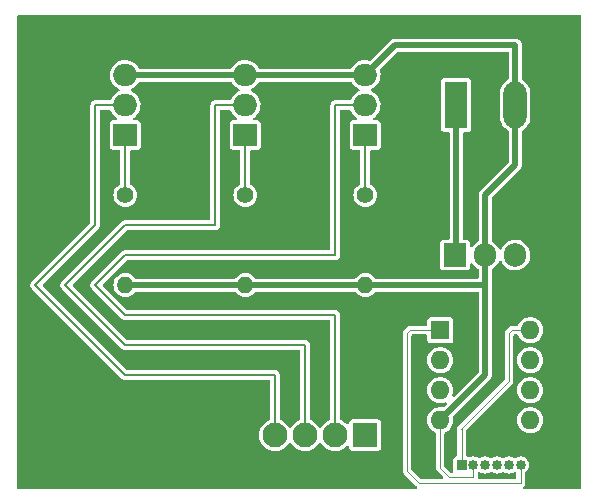
<source format=gbr>
%TF.GenerationSoftware,KiCad,Pcbnew,7.0.8*%
%TF.CreationDate,2023-11-20T18:04:14+01:00*%
%TF.ProjectId,led-controller,6c65642d-636f-46e7-9472-6f6c6c65722e,rev?*%
%TF.SameCoordinates,Original*%
%TF.FileFunction,Copper,L2,Bot*%
%TF.FilePolarity,Positive*%
%FSLAX46Y46*%
G04 Gerber Fmt 4.6, Leading zero omitted, Abs format (unit mm)*
G04 Created by KiCad (PCBNEW 7.0.8) date 2023-11-20 18:04:14*
%MOMM*%
%LPD*%
G01*
G04 APERTURE LIST*
%TA.AperFunction,ComponentPad*%
%ADD10R,0.850000X0.850000*%
%TD*%
%TA.AperFunction,ComponentPad*%
%ADD11O,0.850000X0.850000*%
%TD*%
%TA.AperFunction,ComponentPad*%
%ADD12R,1.600000X1.600000*%
%TD*%
%TA.AperFunction,ComponentPad*%
%ADD13O,1.600000X1.600000*%
%TD*%
%TA.AperFunction,ComponentPad*%
%ADD14R,1.905000X2.000000*%
%TD*%
%TA.AperFunction,ComponentPad*%
%ADD15O,1.905000X2.000000*%
%TD*%
%TA.AperFunction,ComponentPad*%
%ADD16C,1.400000*%
%TD*%
%TA.AperFunction,ComponentPad*%
%ADD17O,1.400000X1.400000*%
%TD*%
%TA.AperFunction,ComponentPad*%
%ADD18R,2.000000X1.905000*%
%TD*%
%TA.AperFunction,ComponentPad*%
%ADD19O,2.000000X1.905000*%
%TD*%
%TA.AperFunction,ComponentPad*%
%ADD20R,2.100000X2.100000*%
%TD*%
%TA.AperFunction,ComponentPad*%
%ADD21C,2.100000*%
%TD*%
%TA.AperFunction,ComponentPad*%
%ADD22R,1.980000X3.960000*%
%TD*%
%TA.AperFunction,ComponentPad*%
%ADD23O,1.980000X3.960000*%
%TD*%
%TA.AperFunction,Conductor*%
%ADD24C,0.100000*%
%TD*%
%TA.AperFunction,Conductor*%
%ADD25C,0.200000*%
%TD*%
%TA.AperFunction,Conductor*%
%ADD26C,0.500000*%
%TD*%
G04 APERTURE END LIST*
D10*
%TO.P,J2,1,Pin_1*%
%TO.N,Net-(J2-Pin_1)*%
X104680000Y-119380000D03*
D11*
%TO.P,J2,2,Pin_2*%
%TO.N,GND*%
X105680000Y-119380000D03*
%TO.P,J2,3,Pin_3*%
%TO.N,Net-(J2-Pin_3)*%
X106680000Y-119380000D03*
%TO.P,J2,4,Pin_4*%
%TO.N,Net-(J2-Pin_4)*%
X107680000Y-119380000D03*
%TO.P,J2,5,Pin_5*%
%TO.N,Net-(J2-Pin_5)*%
X108680000Y-119380000D03*
%TO.P,J2,6,Pin_6*%
%TO.N,Net-(J2-Pin_6)*%
X109680000Y-119380000D03*
%TD*%
D12*
%TO.P,U2,1,~{RESET}/PB5*%
%TO.N,Net-(J2-Pin_6)*%
X102880000Y-107960000D03*
D13*
%TO.P,U2,2,XTAL1/PB3*%
%TO.N,unconnected-(U2-XTAL1{slash}PB3-Pad2)*%
X102880000Y-110500000D03*
%TO.P,U2,3,XTAL2/PB4*%
%TO.N,Net-(Q3-G)*%
X102880000Y-113040000D03*
%TO.P,U2,4,GND*%
%TO.N,GND*%
X102880000Y-115580000D03*
%TO.P,U2,5,AREF/PB0*%
%TO.N,Net-(J2-Pin_3)*%
X110500000Y-115580000D03*
%TO.P,U2,6,PB1*%
%TO.N,Net-(J2-Pin_4)*%
X110500000Y-113040000D03*
%TO.P,U2,7,PB2*%
%TO.N,Net-(J2-Pin_5)*%
X110500000Y-110500000D03*
%TO.P,U2,8,VCC*%
%TO.N,Net-(J2-Pin_1)*%
X110500000Y-107960000D03*
%TD*%
D14*
%TO.P,U1,1,VI*%
%TO.N,Net-(BT1-+)*%
X104140000Y-101600000D03*
D15*
%TO.P,U1,2,GND*%
%TO.N,GND*%
X106680000Y-101600000D03*
%TO.P,U1,3,VO*%
%TO.N,Net-(J2-Pin_1)*%
X109220000Y-101600000D03*
%TD*%
D16*
%TO.P,R3,1*%
%TO.N,Net-(Q3-G)*%
X76200000Y-96520000D03*
D17*
%TO.P,R3,2*%
%TO.N,GND*%
X76200000Y-104140000D03*
%TD*%
D16*
%TO.P,R2,1*%
%TO.N,Net-(J2-Pin_4)*%
X86360000Y-96520000D03*
D17*
%TO.P,R2,2*%
%TO.N,GND*%
X86360000Y-104140000D03*
%TD*%
D16*
%TO.P,R1,1*%
%TO.N,Net-(J2-Pin_3)*%
X96520000Y-96520000D03*
D17*
%TO.P,R1,2*%
%TO.N,GND*%
X96520000Y-104140000D03*
%TD*%
D18*
%TO.P,Q3,1,G*%
%TO.N,Net-(Q3-G)*%
X76200000Y-91440000D03*
D19*
%TO.P,Q3,2,D*%
%TO.N,Net-(J1-Pin_4)*%
X76200000Y-88900000D03*
%TO.P,Q3,3,S*%
%TO.N,GND*%
X76200000Y-86360000D03*
%TD*%
%TO.P,Q2,3,S*%
%TO.N,GND*%
X96520000Y-86360000D03*
%TO.P,Q2,2,D*%
%TO.N,Net-(J1-Pin_2)*%
X96520000Y-88900000D03*
D18*
%TO.P,Q2,1,G*%
%TO.N,Net-(J2-Pin_3)*%
X96520000Y-91440000D03*
%TD*%
D19*
%TO.P,Q1,3,S*%
%TO.N,GND*%
X86360000Y-86360000D03*
%TO.P,Q1,2,D*%
%TO.N,Net-(J1-Pin_3)*%
X86360000Y-88900000D03*
D18*
%TO.P,Q1,1,G*%
%TO.N,Net-(J2-Pin_4)*%
X86360000Y-91440000D03*
%TD*%
D20*
%TO.P,J1,1,Pin_1*%
%TO.N,Net-(BT1-+)*%
X96520000Y-116840000D03*
D21*
%TO.P,J1,2,Pin_2*%
%TO.N,Net-(J1-Pin_2)*%
X93980000Y-116840000D03*
%TO.P,J1,3,Pin_3*%
%TO.N,Net-(J1-Pin_3)*%
X91440000Y-116840000D03*
%TO.P,J1,4,Pin_4*%
%TO.N,Net-(J1-Pin_4)*%
X88900000Y-116840000D03*
%TD*%
D22*
%TO.P,BT1,1,+*%
%TO.N,Net-(BT1-+)*%
X104220000Y-88900000D03*
D23*
%TO.P,BT1,2,-*%
%TO.N,GND*%
X109220000Y-88900000D03*
%TD*%
D24*
%TO.N,Net-(J2-Pin_6)*%
X101092000Y-120904000D02*
X109728000Y-120904000D01*
X109680000Y-120856000D02*
X109680000Y-119380000D01*
X100076000Y-119888000D02*
X101092000Y-120904000D01*
X100076000Y-108204000D02*
X100076000Y-119888000D01*
X102880000Y-107960000D02*
X100320000Y-107960000D01*
X100320000Y-107960000D02*
X100076000Y-108204000D01*
X109728000Y-120904000D02*
X109680000Y-120856000D01*
%TO.N,GND*%
X102880000Y-115580000D02*
X102880000Y-119644000D01*
X102880000Y-119644000D02*
X103632000Y-120396000D01*
X103632000Y-120396000D02*
X105664000Y-120396000D01*
X105664000Y-120396000D02*
X105680000Y-120380000D01*
X105680000Y-120380000D02*
X105680000Y-119380000D01*
%TO.N,Net-(J2-Pin_1)*%
X108712000Y-112268000D02*
X104648000Y-116332000D01*
X104648000Y-116332000D02*
X104680000Y-116364000D01*
X108712000Y-108204000D02*
X108712000Y-112268000D01*
X110500000Y-107960000D02*
X108956000Y-107960000D01*
X108956000Y-107960000D02*
X108712000Y-108204000D01*
X104680000Y-116364000D02*
X104680000Y-119380000D01*
D25*
%TO.N,Net-(J1-Pin_4)*%
X76200000Y-111760000D02*
X88900000Y-111760000D01*
X73660000Y-99060000D02*
X68580000Y-104140000D01*
X76200000Y-88900000D02*
X73660000Y-88900000D01*
X68580000Y-104140000D02*
X76200000Y-111760000D01*
X73660000Y-88900000D02*
X73660000Y-99060000D01*
X88900000Y-111760000D02*
X88900000Y-116840000D01*
%TO.N,Net-(J1-Pin_3)*%
X83820000Y-99060000D02*
X76200000Y-99060000D01*
X76200000Y-99060000D02*
X71120000Y-104140000D01*
X86360000Y-88900000D02*
X83820000Y-88900000D01*
X71120000Y-104140000D02*
X76200000Y-109220000D01*
X76200000Y-109220000D02*
X91440000Y-109220000D01*
X83820000Y-88900000D02*
X83820000Y-99060000D01*
X91440000Y-109220000D02*
X91440000Y-116840000D01*
%TO.N,Net-(J1-Pin_2)*%
X76200000Y-101600000D02*
X73660000Y-104140000D01*
X93980000Y-101600000D02*
X76200000Y-101600000D01*
X93980000Y-106680000D02*
X93980000Y-116840000D01*
X76200000Y-106680000D02*
X93980000Y-106680000D01*
X96520000Y-88900000D02*
X93980000Y-88900000D01*
X93980000Y-88900000D02*
X93980000Y-101600000D01*
X73660000Y-104140000D02*
X76200000Y-106680000D01*
%TO.N,Net-(J2-Pin_4)*%
X86360000Y-96520000D02*
X86360000Y-91440000D01*
%TO.N,Net-(J2-Pin_3)*%
X96520000Y-96520000D02*
X96520000Y-91440000D01*
%TO.N,Net-(Q3-G)*%
X76200000Y-91440000D02*
X76200000Y-96520000D01*
D26*
%TO.N,Net-(BT1-+)*%
X104220000Y-88900000D02*
X104220000Y-101520000D01*
X104220000Y-101520000D02*
X104140000Y-101600000D01*
%TO.N,GND*%
X106680000Y-104140000D02*
X106680000Y-111780000D01*
X106680000Y-111780000D02*
X102880000Y-115580000D01*
X106680000Y-101600000D02*
X106680000Y-104140000D01*
X106680000Y-104140000D02*
X76200000Y-104140000D01*
X109220000Y-93980000D02*
X106680000Y-96520000D01*
X109220000Y-88900000D02*
X109220000Y-93980000D01*
X106680000Y-96520000D02*
X106680000Y-101600000D01*
X99060000Y-83820000D02*
X109220000Y-83820000D01*
X96520000Y-86360000D02*
X99060000Y-83820000D01*
X109220000Y-83820000D02*
X109220000Y-88900000D01*
X86360000Y-86360000D02*
X96520000Y-86360000D01*
X76200000Y-86360000D02*
X86360000Y-86360000D01*
%TD*%
%TA.AperFunction,NonConductor*%
G36*
X95338788Y-86930185D02*
G01*
X95380942Y-86975739D01*
X95422553Y-87053064D01*
X95563177Y-87229402D01*
X95563181Y-87229405D01*
X95563184Y-87229409D01*
X95733021Y-87377790D01*
X95733021Y-87377791D01*
X95733025Y-87377793D01*
X95733028Y-87377796D01*
X95926646Y-87493477D01*
X95980246Y-87513593D01*
X96036092Y-87555576D01*
X96060376Y-87621090D01*
X96045385Y-87689333D01*
X95995880Y-87738638D01*
X95990476Y-87741405D01*
X95827238Y-87820016D01*
X95827232Y-87820019D01*
X95644775Y-87952582D01*
X95644767Y-87952588D01*
X95488906Y-88115606D01*
X95364654Y-88303841D01*
X95364654Y-88303842D01*
X95321183Y-88405549D01*
X95313196Y-88424235D01*
X95268747Y-88478143D01*
X95202209Y-88499463D01*
X95199174Y-88499500D01*
X94021275Y-88499500D01*
X94001879Y-88497973D01*
X93980000Y-88494508D01*
X93979998Y-88494508D01*
X93948481Y-88499500D01*
X93854699Y-88514352D01*
X93854698Y-88514352D01*
X93779337Y-88552751D01*
X93741658Y-88571950D01*
X93741657Y-88571951D01*
X93741652Y-88571954D01*
X93651954Y-88661652D01*
X93651951Y-88661657D01*
X93594352Y-88774698D01*
X93594352Y-88774699D01*
X93574508Y-88899996D01*
X93574508Y-88900000D01*
X93577973Y-88921876D01*
X93579500Y-88941275D01*
X93579500Y-101075500D01*
X93559815Y-101142539D01*
X93507011Y-101188294D01*
X93455500Y-101199500D01*
X76165948Y-101199500D01*
X76165924Y-101199501D01*
X76136564Y-101199501D01*
X76115499Y-101206346D01*
X76096582Y-101210887D01*
X76074700Y-101214352D01*
X76074695Y-101214354D01*
X76054950Y-101224414D01*
X76036986Y-101231855D01*
X76015907Y-101238705D01*
X75997984Y-101251727D01*
X75981399Y-101261890D01*
X75961659Y-101271948D01*
X75950375Y-101283232D01*
X75939091Y-101294517D01*
X74966884Y-102266723D01*
X73405988Y-103827617D01*
X73391196Y-103840252D01*
X73373274Y-103853273D01*
X73352495Y-103881872D01*
X73352493Y-103881874D01*
X73325799Y-103918617D01*
X73298705Y-103955908D01*
X73259500Y-104076565D01*
X73259500Y-104203434D01*
X73279102Y-104263761D01*
X73298704Y-104324090D01*
X73298705Y-104324091D01*
X73355906Y-104402824D01*
X73355920Y-104402841D01*
X73373272Y-104426724D01*
X73373273Y-104426724D01*
X73373274Y-104426726D01*
X73391201Y-104439751D01*
X73405988Y-104452381D01*
X75871950Y-106918342D01*
X75961658Y-107008050D01*
X75981395Y-107018106D01*
X75997981Y-107028269D01*
X76015910Y-107041296D01*
X76015912Y-107041296D01*
X76015913Y-107041297D01*
X76036974Y-107048140D01*
X76054953Y-107055586D01*
X76074696Y-107065646D01*
X76096585Y-107069112D01*
X76115501Y-107073653D01*
X76136567Y-107080499D01*
X76165924Y-107080499D01*
X76165948Y-107080500D01*
X76168481Y-107080500D01*
X93455500Y-107080500D01*
X93522539Y-107100185D01*
X93568294Y-107152989D01*
X93579500Y-107204500D01*
X93579500Y-115457647D01*
X93559815Y-115524686D01*
X93507905Y-115570029D01*
X93302171Y-115665964D01*
X93302169Y-115665965D01*
X93108597Y-115801505D01*
X92941505Y-115968597D01*
X92811575Y-116154158D01*
X92756998Y-116197783D01*
X92687500Y-116204977D01*
X92625145Y-116173454D01*
X92608425Y-116154158D01*
X92478494Y-115968597D01*
X92311402Y-115801506D01*
X92311395Y-115801501D01*
X92117834Y-115665967D01*
X92117830Y-115665965D01*
X91912095Y-115570029D01*
X91859656Y-115523857D01*
X91840500Y-115457647D01*
X91840500Y-109261275D01*
X91842027Y-109241876D01*
X91845492Y-109220000D01*
X91845492Y-109219996D01*
X91825647Y-109094699D01*
X91825647Y-109094698D01*
X91808222Y-109060500D01*
X91768050Y-108981658D01*
X91768046Y-108981654D01*
X91768045Y-108981652D01*
X91678347Y-108891954D01*
X91678344Y-108891952D01*
X91678342Y-108891950D01*
X91565304Y-108834354D01*
X91565303Y-108834353D01*
X91565300Y-108834352D01*
X91471519Y-108819500D01*
X91440002Y-108814508D01*
X91440000Y-108814508D01*
X91418120Y-108817973D01*
X91398725Y-108819500D01*
X76417255Y-108819500D01*
X76350216Y-108799815D01*
X76329574Y-108783181D01*
X71774074Y-104227681D01*
X71740589Y-104166358D01*
X71745573Y-104096666D01*
X71774074Y-104052319D01*
X76329574Y-99496819D01*
X76390897Y-99463334D01*
X76417255Y-99460500D01*
X83778725Y-99460500D01*
X83798120Y-99462026D01*
X83820000Y-99465492D01*
X83820003Y-99465492D01*
X83945300Y-99445647D01*
X83945301Y-99445647D01*
X83945302Y-99445646D01*
X83945304Y-99445646D01*
X84058342Y-99388050D01*
X84148050Y-99298342D01*
X84205646Y-99185304D01*
X84205646Y-99185302D01*
X84205647Y-99185301D01*
X84221260Y-99086724D01*
X84221260Y-99086714D01*
X84225492Y-99060000D01*
X84222026Y-99038121D01*
X84220500Y-99018724D01*
X84220500Y-89424500D01*
X84240185Y-89357461D01*
X84292989Y-89311706D01*
X84344500Y-89300500D01*
X85035056Y-89300500D01*
X85102095Y-89320185D01*
X85147850Y-89372989D01*
X85152986Y-89386179D01*
X85155674Y-89394451D01*
X85262553Y-89593064D01*
X85403177Y-89769402D01*
X85403181Y-89769405D01*
X85403184Y-89769409D01*
X85573021Y-89917790D01*
X85573028Y-89917796D01*
X85637897Y-89956553D01*
X85685350Y-90007835D01*
X85697545Y-90076632D01*
X85670610Y-90141101D01*
X85613096Y-90180774D01*
X85574297Y-90187000D01*
X85315143Y-90187000D01*
X85315117Y-90187002D01*
X85290012Y-90189913D01*
X85290008Y-90189915D01*
X85187235Y-90235293D01*
X85107794Y-90314734D01*
X85062415Y-90417506D01*
X85062415Y-90417508D01*
X85059500Y-90442631D01*
X85059500Y-92437356D01*
X85059502Y-92437382D01*
X85062413Y-92462487D01*
X85062415Y-92462491D01*
X85107793Y-92565264D01*
X85107794Y-92565265D01*
X85187235Y-92644706D01*
X85290009Y-92690085D01*
X85315135Y-92693000D01*
X85835500Y-92692999D01*
X85902539Y-92712683D01*
X85948294Y-92765487D01*
X85959500Y-92816999D01*
X85959500Y-95525293D01*
X85939815Y-95592332D01*
X85893955Y-95634650D01*
X85801460Y-95684090D01*
X85649116Y-95809116D01*
X85524090Y-95961460D01*
X85524086Y-95961467D01*
X85431188Y-96135266D01*
X85373975Y-96323870D01*
X85354659Y-96520000D01*
X85373975Y-96716129D01*
X85431188Y-96904733D01*
X85524086Y-97078532D01*
X85524090Y-97078539D01*
X85649116Y-97230883D01*
X85801460Y-97355909D01*
X85801467Y-97355913D01*
X85975266Y-97448811D01*
X85975269Y-97448811D01*
X85975273Y-97448814D01*
X86163868Y-97506024D01*
X86360000Y-97525341D01*
X86556132Y-97506024D01*
X86744727Y-97448814D01*
X86918538Y-97355910D01*
X87070883Y-97230883D01*
X87195910Y-97078538D01*
X87288814Y-96904727D01*
X87346024Y-96716132D01*
X87365341Y-96520000D01*
X87346024Y-96323868D01*
X87288814Y-96135273D01*
X87288811Y-96135269D01*
X87288811Y-96135266D01*
X87195913Y-95961467D01*
X87195909Y-95961460D01*
X87070883Y-95809116D01*
X86918539Y-95684090D01*
X86826045Y-95634650D01*
X86776202Y-95585687D01*
X86760500Y-95525293D01*
X86760500Y-92816999D01*
X86780185Y-92749960D01*
X86832989Y-92704205D01*
X86884500Y-92692999D01*
X87404856Y-92692999D01*
X87404864Y-92692999D01*
X87404879Y-92692997D01*
X87404882Y-92692997D01*
X87429987Y-92690086D01*
X87429988Y-92690085D01*
X87429991Y-92690085D01*
X87532765Y-92644706D01*
X87612206Y-92565265D01*
X87657585Y-92462491D01*
X87660500Y-92437365D01*
X87660499Y-90442636D01*
X87660497Y-90442617D01*
X87657586Y-90417512D01*
X87657585Y-90417510D01*
X87657585Y-90417509D01*
X87612206Y-90314735D01*
X87532765Y-90235294D01*
X87532763Y-90235293D01*
X87429992Y-90189915D01*
X87404868Y-90187000D01*
X87149461Y-90187000D01*
X87082422Y-90167315D01*
X87036667Y-90114511D01*
X87026723Y-90045353D01*
X87055748Y-89981797D01*
X87076576Y-89962682D01*
X87235224Y-89847417D01*
X87235230Y-89847413D01*
X87391095Y-89684391D01*
X87515346Y-89496158D01*
X87603991Y-89288763D01*
X87654179Y-89068874D01*
X87664298Y-88843557D01*
X87634023Y-88620054D01*
X87564326Y-88405549D01*
X87457447Y-88206936D01*
X87316823Y-88030598D01*
X87316817Y-88030593D01*
X87316815Y-88030590D01*
X87146978Y-87882209D01*
X87146978Y-87882208D01*
X87146973Y-87882205D01*
X87146972Y-87882204D01*
X86953354Y-87766523D01*
X86899752Y-87746405D01*
X86843906Y-87704422D01*
X86819623Y-87638908D01*
X86834614Y-87570665D01*
X86884120Y-87521361D01*
X86889505Y-87518603D01*
X87052761Y-87439984D01*
X87235230Y-87307413D01*
X87391095Y-87144391D01*
X87508725Y-86966189D01*
X87562085Y-86921084D01*
X87612212Y-86910500D01*
X95271749Y-86910500D01*
X95338788Y-86930185D01*
G37*
%TD.AperFunction*%
%TA.AperFunction,NonConductor*%
G36*
X85178788Y-86930185D02*
G01*
X85220942Y-86975739D01*
X85262553Y-87053064D01*
X85403177Y-87229402D01*
X85403181Y-87229405D01*
X85403184Y-87229409D01*
X85573021Y-87377790D01*
X85573021Y-87377791D01*
X85573025Y-87377793D01*
X85573028Y-87377796D01*
X85766646Y-87493477D01*
X85820246Y-87513593D01*
X85876092Y-87555576D01*
X85900376Y-87621090D01*
X85885385Y-87689333D01*
X85835880Y-87738638D01*
X85830476Y-87741405D01*
X85667238Y-87820016D01*
X85667232Y-87820019D01*
X85484775Y-87952582D01*
X85484767Y-87952588D01*
X85328906Y-88115606D01*
X85204654Y-88303841D01*
X85204654Y-88303842D01*
X85161183Y-88405549D01*
X85153196Y-88424235D01*
X85108747Y-88478143D01*
X85042209Y-88499463D01*
X85039174Y-88499500D01*
X83861275Y-88499500D01*
X83841879Y-88497973D01*
X83820000Y-88494508D01*
X83819998Y-88494508D01*
X83788481Y-88499500D01*
X83694699Y-88514352D01*
X83694698Y-88514352D01*
X83619337Y-88552751D01*
X83581658Y-88571950D01*
X83581657Y-88571951D01*
X83581652Y-88571954D01*
X83491954Y-88661652D01*
X83491951Y-88661657D01*
X83434352Y-88774698D01*
X83434352Y-88774699D01*
X83414508Y-88899996D01*
X83414508Y-88900000D01*
X83417973Y-88921876D01*
X83419500Y-88941275D01*
X83419500Y-98535500D01*
X83399815Y-98602539D01*
X83347011Y-98648294D01*
X83295500Y-98659500D01*
X76136567Y-98659500D01*
X76115491Y-98666347D01*
X76096582Y-98670887D01*
X76074695Y-98674354D01*
X76054952Y-98684413D01*
X76036988Y-98691854D01*
X76015910Y-98698703D01*
X76015905Y-98698706D01*
X75997977Y-98711731D01*
X75981397Y-98721891D01*
X75961660Y-98731948D01*
X75961659Y-98731949D01*
X75939094Y-98754513D01*
X75939091Y-98754516D01*
X70865988Y-103827617D01*
X70851196Y-103840252D01*
X70833274Y-103853273D01*
X70812495Y-103881872D01*
X70812493Y-103881874D01*
X70785799Y-103918617D01*
X70758705Y-103955908D01*
X70719500Y-104076565D01*
X70719500Y-104203434D01*
X70739102Y-104263761D01*
X70758704Y-104324090D01*
X70758705Y-104324091D01*
X70815906Y-104402824D01*
X70815920Y-104402841D01*
X70833272Y-104426724D01*
X70833273Y-104426724D01*
X70833274Y-104426726D01*
X70851201Y-104439751D01*
X70865988Y-104452381D01*
X75940986Y-109527380D01*
X75941006Y-109527398D01*
X75961658Y-109548050D01*
X75981394Y-109558106D01*
X75997982Y-109568271D01*
X76015910Y-109581296D01*
X76036979Y-109588141D01*
X76054958Y-109595588D01*
X76074696Y-109605646D01*
X76096578Y-109609111D01*
X76115491Y-109613652D01*
X76136567Y-109620500D01*
X76168481Y-109620500D01*
X90915500Y-109620500D01*
X90982539Y-109640185D01*
X91028294Y-109692989D01*
X91039500Y-109744500D01*
X91039500Y-115457647D01*
X91019815Y-115524686D01*
X90967905Y-115570029D01*
X90762171Y-115665964D01*
X90762169Y-115665965D01*
X90568597Y-115801505D01*
X90401505Y-115968597D01*
X90271575Y-116154158D01*
X90216998Y-116197783D01*
X90147500Y-116204977D01*
X90085145Y-116173454D01*
X90068425Y-116154158D01*
X89938494Y-115968597D01*
X89771402Y-115801506D01*
X89771395Y-115801501D01*
X89577834Y-115665967D01*
X89577830Y-115665965D01*
X89372095Y-115570029D01*
X89319656Y-115523857D01*
X89300500Y-115457647D01*
X89300500Y-111801275D01*
X89302027Y-111781876D01*
X89305492Y-111760000D01*
X89305492Y-111759996D01*
X89285647Y-111634699D01*
X89285647Y-111634698D01*
X89262002Y-111588293D01*
X89228050Y-111521658D01*
X89228046Y-111521654D01*
X89228045Y-111521652D01*
X89138347Y-111431954D01*
X89138344Y-111431952D01*
X89138342Y-111431950D01*
X89025304Y-111374354D01*
X89025303Y-111374353D01*
X89025300Y-111374352D01*
X88931519Y-111359500D01*
X88900002Y-111354508D01*
X88900000Y-111354508D01*
X88878120Y-111357973D01*
X88858725Y-111359500D01*
X76417254Y-111359500D01*
X76350215Y-111339815D01*
X76329573Y-111323181D01*
X69234073Y-104227681D01*
X69200588Y-104166358D01*
X69205572Y-104096666D01*
X69234073Y-104052319D01*
X71561089Y-101725304D01*
X73965484Y-99320909D01*
X73965484Y-99320908D01*
X73972552Y-99313841D01*
X73972557Y-99313834D01*
X73988050Y-99298342D01*
X73998114Y-99278588D01*
X74008263Y-99262026D01*
X74021296Y-99244090D01*
X74028144Y-99223011D01*
X74035586Y-99205044D01*
X74045646Y-99185304D01*
X74049112Y-99163417D01*
X74053655Y-99144498D01*
X74060500Y-99123433D01*
X74060500Y-98996567D01*
X74060500Y-89424500D01*
X74080185Y-89357461D01*
X74132989Y-89311706D01*
X74184500Y-89300500D01*
X74875056Y-89300500D01*
X74942095Y-89320185D01*
X74987850Y-89372989D01*
X74992986Y-89386179D01*
X74995674Y-89394451D01*
X75102553Y-89593064D01*
X75243177Y-89769402D01*
X75243181Y-89769405D01*
X75243184Y-89769409D01*
X75413021Y-89917790D01*
X75413028Y-89917796D01*
X75477897Y-89956553D01*
X75525350Y-90007835D01*
X75537545Y-90076632D01*
X75510610Y-90141101D01*
X75453096Y-90180774D01*
X75414297Y-90187000D01*
X75155143Y-90187000D01*
X75155117Y-90187002D01*
X75130012Y-90189913D01*
X75130008Y-90189915D01*
X75027235Y-90235293D01*
X74947794Y-90314734D01*
X74902415Y-90417506D01*
X74902415Y-90417508D01*
X74899500Y-90442631D01*
X74899500Y-92437356D01*
X74899502Y-92437382D01*
X74902413Y-92462487D01*
X74902415Y-92462491D01*
X74947793Y-92565264D01*
X74947794Y-92565265D01*
X75027235Y-92644706D01*
X75130009Y-92690085D01*
X75155135Y-92693000D01*
X75675500Y-92692999D01*
X75742539Y-92712683D01*
X75788294Y-92765487D01*
X75799500Y-92816999D01*
X75799500Y-95525293D01*
X75779815Y-95592332D01*
X75733955Y-95634650D01*
X75641460Y-95684090D01*
X75489116Y-95809116D01*
X75364090Y-95961460D01*
X75364086Y-95961467D01*
X75271188Y-96135266D01*
X75213975Y-96323870D01*
X75194659Y-96520000D01*
X75213975Y-96716129D01*
X75271188Y-96904733D01*
X75364086Y-97078532D01*
X75364090Y-97078539D01*
X75489116Y-97230883D01*
X75641460Y-97355909D01*
X75641467Y-97355913D01*
X75815266Y-97448811D01*
X75815269Y-97448811D01*
X75815273Y-97448814D01*
X76003868Y-97506024D01*
X76200000Y-97525341D01*
X76396132Y-97506024D01*
X76584727Y-97448814D01*
X76758538Y-97355910D01*
X76910883Y-97230883D01*
X77035910Y-97078538D01*
X77128814Y-96904727D01*
X77186024Y-96716132D01*
X77205341Y-96520000D01*
X77186024Y-96323868D01*
X77128814Y-96135273D01*
X77128811Y-96135269D01*
X77128811Y-96135266D01*
X77035913Y-95961467D01*
X77035909Y-95961460D01*
X76910883Y-95809116D01*
X76758539Y-95684090D01*
X76666045Y-95634650D01*
X76616202Y-95585687D01*
X76600500Y-95525293D01*
X76600500Y-92816999D01*
X76620185Y-92749960D01*
X76672989Y-92704205D01*
X76724500Y-92692999D01*
X77244856Y-92692999D01*
X77244864Y-92692999D01*
X77244879Y-92692997D01*
X77244882Y-92692997D01*
X77269987Y-92690086D01*
X77269988Y-92690085D01*
X77269991Y-92690085D01*
X77372765Y-92644706D01*
X77452206Y-92565265D01*
X77497585Y-92462491D01*
X77500500Y-92437365D01*
X77500499Y-90442636D01*
X77500497Y-90442617D01*
X77497586Y-90417512D01*
X77497585Y-90417510D01*
X77497585Y-90417509D01*
X77452206Y-90314735D01*
X77372765Y-90235294D01*
X77372763Y-90235293D01*
X77269992Y-90189915D01*
X77244868Y-90187000D01*
X76989461Y-90187000D01*
X76922422Y-90167315D01*
X76876667Y-90114511D01*
X76866723Y-90045353D01*
X76895748Y-89981797D01*
X76916576Y-89962682D01*
X77075224Y-89847417D01*
X77075230Y-89847413D01*
X77231095Y-89684391D01*
X77355346Y-89496158D01*
X77443991Y-89288763D01*
X77494179Y-89068874D01*
X77504298Y-88843557D01*
X77474023Y-88620054D01*
X77404326Y-88405549D01*
X77297447Y-88206936D01*
X77156823Y-88030598D01*
X77156817Y-88030593D01*
X77156815Y-88030590D01*
X76986978Y-87882209D01*
X76986978Y-87882208D01*
X76986973Y-87882205D01*
X76986972Y-87882204D01*
X76793354Y-87766523D01*
X76739752Y-87746405D01*
X76683906Y-87704422D01*
X76659623Y-87638908D01*
X76674614Y-87570665D01*
X76724120Y-87521361D01*
X76729505Y-87518603D01*
X76892761Y-87439984D01*
X77075230Y-87307413D01*
X77231095Y-87144391D01*
X77348725Y-86966189D01*
X77402085Y-86921084D01*
X77452212Y-86910500D01*
X85111749Y-86910500D01*
X85178788Y-86930185D01*
G37*
%TD.AperFunction*%
%TA.AperFunction,NonConductor*%
G36*
X109245971Y-119964113D02*
G01*
X109267698Y-119977765D01*
X109271473Y-119980137D01*
X109317764Y-120032472D01*
X109329500Y-120085130D01*
X109329500Y-120429500D01*
X109309815Y-120496539D01*
X109257011Y-120542294D01*
X109205500Y-120553500D01*
X106156886Y-120553500D01*
X106089847Y-120533815D01*
X106044092Y-120481011D01*
X106036877Y-120434063D01*
X106033042Y-120434222D01*
X106030500Y-120372770D01*
X106030500Y-120085130D01*
X106050185Y-120018091D01*
X106088523Y-119980139D01*
X106114027Y-119964113D01*
X106181261Y-119945113D01*
X106245970Y-119964112D01*
X106363225Y-120037789D01*
X106517539Y-120091786D01*
X106517542Y-120091786D01*
X106517544Y-120091787D01*
X106679996Y-120110091D01*
X106680000Y-120110091D01*
X106680004Y-120110091D01*
X106842455Y-120091787D01*
X106842456Y-120091786D01*
X106842461Y-120091786D01*
X106996775Y-120037789D01*
X107114028Y-119964113D01*
X107181264Y-119945113D01*
X107245971Y-119964113D01*
X107308465Y-120003381D01*
X107344168Y-120025815D01*
X107363225Y-120037789D01*
X107517539Y-120091786D01*
X107517542Y-120091786D01*
X107517544Y-120091787D01*
X107679996Y-120110091D01*
X107680000Y-120110091D01*
X107680004Y-120110091D01*
X107842455Y-120091787D01*
X107842456Y-120091786D01*
X107842461Y-120091786D01*
X107996775Y-120037789D01*
X108114028Y-119964113D01*
X108181264Y-119945113D01*
X108245971Y-119964113D01*
X108308465Y-120003381D01*
X108344168Y-120025815D01*
X108363225Y-120037789D01*
X108517539Y-120091786D01*
X108517542Y-120091786D01*
X108517544Y-120091787D01*
X108679996Y-120110091D01*
X108680000Y-120110091D01*
X108680004Y-120110091D01*
X108842455Y-120091787D01*
X108842456Y-120091786D01*
X108842461Y-120091786D01*
X108996775Y-120037789D01*
X109114028Y-119964113D01*
X109181264Y-119945113D01*
X109245971Y-119964113D01*
G37*
%TD.AperFunction*%
%TA.AperFunction,NonConductor*%
G36*
X114750539Y-81300185D02*
G01*
X114796294Y-81352989D01*
X114807500Y-81404500D01*
X114807500Y-121287500D01*
X114787815Y-121354539D01*
X114735011Y-121400294D01*
X114683500Y-121411500D01*
X110015702Y-121411500D01*
X109948663Y-121391815D01*
X109902908Y-121339011D01*
X109892964Y-121269853D01*
X109921989Y-121206297D01*
X109939543Y-121189644D01*
X109946252Y-121184420D01*
X109946258Y-121184418D01*
X109968533Y-121160218D01*
X109974064Y-121154912D01*
X109999158Y-121133660D01*
X110003903Y-121125695D01*
X110019196Y-121105185D01*
X110025484Y-121098356D01*
X110038691Y-121068245D01*
X110042211Y-121061407D01*
X110059037Y-121033171D01*
X110060940Y-121024092D01*
X110068747Y-120999725D01*
X110072473Y-120991232D01*
X110075188Y-120958463D01*
X110076297Y-120950852D01*
X110083042Y-120918685D01*
X110081894Y-120909484D01*
X110081365Y-120883904D01*
X110082132Y-120874656D01*
X110074059Y-120842781D01*
X110072638Y-120835226D01*
X110068573Y-120802607D01*
X110064496Y-120794267D01*
X110055693Y-120770250D01*
X110053416Y-120761259D01*
X110053415Y-120761257D01*
X110050690Y-120757086D01*
X110030503Y-120690196D01*
X110030500Y-120689267D01*
X110030500Y-120085130D01*
X110050185Y-120018091D01*
X110088526Y-119980137D01*
X110135204Y-119950808D01*
X110250808Y-119835204D01*
X110337789Y-119696775D01*
X110391786Y-119542461D01*
X110391787Y-119542455D01*
X110410091Y-119380003D01*
X110410091Y-119379996D01*
X110391787Y-119217544D01*
X110391786Y-119217542D01*
X110391786Y-119217539D01*
X110337789Y-119063225D01*
X110250808Y-118924796D01*
X110135204Y-118809192D01*
X110114028Y-118795886D01*
X109996774Y-118722210D01*
X109842455Y-118668212D01*
X109680004Y-118649909D01*
X109679996Y-118649909D01*
X109517544Y-118668212D01*
X109363225Y-118722210D01*
X109245972Y-118795886D01*
X109178735Y-118814886D01*
X109114028Y-118795886D01*
X108996774Y-118722210D01*
X108842455Y-118668212D01*
X108680004Y-118649909D01*
X108679996Y-118649909D01*
X108517544Y-118668212D01*
X108363225Y-118722210D01*
X108245972Y-118795886D01*
X108178735Y-118814886D01*
X108114028Y-118795886D01*
X107996774Y-118722210D01*
X107842455Y-118668212D01*
X107680004Y-118649909D01*
X107679996Y-118649909D01*
X107517544Y-118668212D01*
X107363225Y-118722210D01*
X107245972Y-118795886D01*
X107178735Y-118814886D01*
X107114028Y-118795886D01*
X106996774Y-118722210D01*
X106842455Y-118668212D01*
X106680004Y-118649909D01*
X106679996Y-118649909D01*
X106517544Y-118668212D01*
X106363225Y-118722210D01*
X106245972Y-118795886D01*
X106178735Y-118814886D01*
X106114028Y-118795886D01*
X105996774Y-118722210D01*
X105842455Y-118668212D01*
X105680004Y-118649909D01*
X105679996Y-118649909D01*
X105517544Y-118668212D01*
X105384666Y-118714708D01*
X105314887Y-118718269D01*
X105288634Y-118706620D01*
X105288275Y-118707435D01*
X105277765Y-118702794D01*
X105234612Y-118683740D01*
X105174992Y-118657415D01*
X105149859Y-118654499D01*
X105147333Y-118654353D01*
X105146725Y-118654135D01*
X105146306Y-118654087D01*
X105146317Y-118653989D01*
X105081543Y-118630826D01*
X105038917Y-118575466D01*
X105030500Y-118530560D01*
X105030500Y-116496542D01*
X105050185Y-116429503D01*
X105066814Y-116408866D01*
X105895680Y-115580000D01*
X109394785Y-115580000D01*
X109413602Y-115783082D01*
X109469417Y-115979247D01*
X109469422Y-115979260D01*
X109560327Y-116161821D01*
X109683237Y-116324581D01*
X109833958Y-116461980D01*
X109833960Y-116461982D01*
X109851605Y-116472907D01*
X110007363Y-116569348D01*
X110197544Y-116643024D01*
X110398024Y-116680500D01*
X110398026Y-116680500D01*
X110601974Y-116680500D01*
X110601976Y-116680500D01*
X110802456Y-116643024D01*
X110992637Y-116569348D01*
X111166041Y-116461981D01*
X111316764Y-116324579D01*
X111439673Y-116161821D01*
X111530582Y-115979250D01*
X111586397Y-115783083D01*
X111605215Y-115580000D01*
X111602358Y-115549172D01*
X111586397Y-115376917D01*
X111563186Y-115295339D01*
X111530582Y-115180750D01*
X111439673Y-114998179D01*
X111316764Y-114835421D01*
X111316762Y-114835418D01*
X111166041Y-114698019D01*
X111166039Y-114698017D01*
X110992642Y-114590655D01*
X110992635Y-114590651D01*
X110897546Y-114553814D01*
X110802456Y-114516976D01*
X110601976Y-114479500D01*
X110398024Y-114479500D01*
X110197544Y-114516976D01*
X110197541Y-114516976D01*
X110197541Y-114516977D01*
X110007364Y-114590651D01*
X110007357Y-114590655D01*
X109833960Y-114698017D01*
X109833958Y-114698019D01*
X109683237Y-114835418D01*
X109560327Y-114998178D01*
X109469422Y-115180739D01*
X109469417Y-115180752D01*
X109413602Y-115376917D01*
X109394785Y-115579999D01*
X109394785Y-115580000D01*
X105895680Y-115580000D01*
X108435679Y-113040000D01*
X109394785Y-113040000D01*
X109413602Y-113243082D01*
X109469417Y-113439247D01*
X109469422Y-113439260D01*
X109560327Y-113621821D01*
X109683237Y-113784581D01*
X109833958Y-113921980D01*
X109833960Y-113921982D01*
X109933141Y-113983392D01*
X110007363Y-114029348D01*
X110197544Y-114103024D01*
X110398024Y-114140500D01*
X110398026Y-114140500D01*
X110601974Y-114140500D01*
X110601976Y-114140500D01*
X110802456Y-114103024D01*
X110992637Y-114029348D01*
X111166041Y-113921981D01*
X111316764Y-113784579D01*
X111439673Y-113621821D01*
X111530582Y-113439250D01*
X111586397Y-113243083D01*
X111605215Y-113040000D01*
X111586397Y-112836917D01*
X111530582Y-112640750D01*
X111439673Y-112458179D01*
X111340225Y-112326488D01*
X111316762Y-112295418D01*
X111166041Y-112158019D01*
X111166039Y-112158017D01*
X110992642Y-112050655D01*
X110992635Y-112050651D01*
X110897546Y-112013814D01*
X110802456Y-111976976D01*
X110601976Y-111939500D01*
X110398024Y-111939500D01*
X110197544Y-111976976D01*
X110197541Y-111976976D01*
X110197541Y-111976977D01*
X110007364Y-112050651D01*
X110007357Y-112050655D01*
X109833960Y-112158017D01*
X109833958Y-112158019D01*
X109683237Y-112295418D01*
X109560327Y-112458178D01*
X109469422Y-112640739D01*
X109469417Y-112640752D01*
X109413602Y-112836917D01*
X109394785Y-113039999D01*
X109394785Y-113040000D01*
X108435679Y-113040000D01*
X108925043Y-112550636D01*
X108944894Y-112534516D01*
X108952669Y-112529437D01*
X108972864Y-112503488D01*
X108977942Y-112497737D01*
X108980375Y-112495306D01*
X108993038Y-112477569D01*
X109024517Y-112437126D01*
X109024519Y-112437119D01*
X109028017Y-112430655D01*
X109031235Y-112424072D01*
X109031240Y-112424066D01*
X109045861Y-112374954D01*
X109062500Y-112326488D01*
X109062500Y-112326479D01*
X109063706Y-112319256D01*
X109064617Y-112311952D01*
X109062500Y-112260768D01*
X109062500Y-110500000D01*
X109394785Y-110500000D01*
X109413602Y-110703082D01*
X109469417Y-110899247D01*
X109469422Y-110899260D01*
X109560327Y-111081821D01*
X109683237Y-111244581D01*
X109833958Y-111381980D01*
X109833960Y-111381982D01*
X109914662Y-111431950D01*
X110007363Y-111489348D01*
X110197544Y-111563024D01*
X110398024Y-111600500D01*
X110398026Y-111600500D01*
X110601974Y-111600500D01*
X110601976Y-111600500D01*
X110802456Y-111563024D01*
X110992637Y-111489348D01*
X111166041Y-111381981D01*
X111316764Y-111244579D01*
X111439673Y-111081821D01*
X111530582Y-110899250D01*
X111586397Y-110703083D01*
X111605215Y-110500000D01*
X111586397Y-110296917D01*
X111530582Y-110100750D01*
X111439673Y-109918179D01*
X111316764Y-109755421D01*
X111316762Y-109755418D01*
X111166041Y-109618019D01*
X111166039Y-109618017D01*
X110992642Y-109510655D01*
X110992635Y-109510651D01*
X110897546Y-109473814D01*
X110802456Y-109436976D01*
X110601976Y-109399500D01*
X110398024Y-109399500D01*
X110197544Y-109436976D01*
X110197541Y-109436976D01*
X110197541Y-109436977D01*
X110007364Y-109510651D01*
X110007357Y-109510655D01*
X109833960Y-109618017D01*
X109833958Y-109618019D01*
X109683237Y-109755418D01*
X109560327Y-109918178D01*
X109469422Y-110100739D01*
X109469417Y-110100752D01*
X109413602Y-110296917D01*
X109394785Y-110499999D01*
X109394785Y-110500000D01*
X109062500Y-110500000D01*
X109062500Y-108434500D01*
X109082185Y-108367461D01*
X109134989Y-108321706D01*
X109186500Y-108310500D01*
X109368365Y-108310500D01*
X109435404Y-108330185D01*
X109479365Y-108379228D01*
X109560327Y-108541821D01*
X109683237Y-108704581D01*
X109833958Y-108841980D01*
X109833960Y-108841982D01*
X109914662Y-108891950D01*
X110007363Y-108949348D01*
X110197544Y-109023024D01*
X110398024Y-109060500D01*
X110398026Y-109060500D01*
X110601974Y-109060500D01*
X110601976Y-109060500D01*
X110802456Y-109023024D01*
X110992637Y-108949348D01*
X111166041Y-108841981D01*
X111316764Y-108704579D01*
X111439673Y-108541821D01*
X111530582Y-108359250D01*
X111586397Y-108163083D01*
X111605215Y-107960000D01*
X111603128Y-107937482D01*
X111586397Y-107756917D01*
X111548552Y-107623908D01*
X111530582Y-107560750D01*
X111526493Y-107552539D01*
X111486272Y-107471764D01*
X111439673Y-107378179D01*
X111316764Y-107215421D01*
X111316762Y-107215418D01*
X111166041Y-107078019D01*
X111166039Y-107078017D01*
X110992642Y-106970655D01*
X110992635Y-106970651D01*
X110857608Y-106918342D01*
X110802456Y-106896976D01*
X110601976Y-106859500D01*
X110398024Y-106859500D01*
X110197544Y-106896976D01*
X110197541Y-106896976D01*
X110197541Y-106896977D01*
X110007364Y-106970651D01*
X110007357Y-106970655D01*
X109833960Y-107078017D01*
X109833958Y-107078019D01*
X109683237Y-107215418D01*
X109560327Y-107378178D01*
X109479365Y-107540772D01*
X109431862Y-107592009D01*
X109368365Y-107609500D01*
X109005206Y-107609500D01*
X108979761Y-107606861D01*
X108970685Y-107604958D01*
X108970682Y-107604958D01*
X108938068Y-107609023D01*
X108930392Y-107609500D01*
X108926960Y-107609500D01*
X108912619Y-107611892D01*
X108905448Y-107613089D01*
X108888621Y-107615186D01*
X108854607Y-107619427D01*
X108854606Y-107619427D01*
X108854601Y-107619428D01*
X108847575Y-107621519D01*
X108840623Y-107623906D01*
X108795555Y-107648295D01*
X108749512Y-107670803D01*
X108743566Y-107675048D01*
X108737742Y-107679581D01*
X108703042Y-107717275D01*
X108498955Y-107921361D01*
X108479106Y-107937482D01*
X108471331Y-107942562D01*
X108451143Y-107968498D01*
X108446067Y-107974248D01*
X108443634Y-107976681D01*
X108443623Y-107976694D01*
X108430954Y-107994438D01*
X108399483Y-108034872D01*
X108395975Y-108041353D01*
X108392760Y-108047932D01*
X108378138Y-108097045D01*
X108361498Y-108145516D01*
X108360294Y-108152733D01*
X108359382Y-108160046D01*
X108361500Y-108211230D01*
X108361500Y-112071455D01*
X108341815Y-112138494D01*
X108325181Y-112159136D01*
X104412222Y-116072095D01*
X104408452Y-116075565D01*
X104376840Y-116102341D01*
X104355635Y-116137927D01*
X104352832Y-116142216D01*
X104328761Y-116175930D01*
X104327901Y-116177689D01*
X104317670Y-116201015D01*
X104316962Y-116202831D01*
X104308460Y-116243371D01*
X104307203Y-116248337D01*
X104295383Y-116288042D01*
X104295141Y-116289982D01*
X104293036Y-116315387D01*
X104292956Y-116317313D01*
X104298082Y-116358430D01*
X104298505Y-116363538D01*
X104300217Y-116404923D01*
X104300218Y-116404926D01*
X104300617Y-116406830D01*
X104306871Y-116431526D01*
X104307426Y-116433392D01*
X104316900Y-116452770D01*
X104329500Y-116507232D01*
X104329500Y-118530561D01*
X104309815Y-118597600D01*
X104257011Y-118643355D01*
X104212672Y-118654353D01*
X104210144Y-118654499D01*
X104185011Y-118657414D01*
X104185008Y-118657415D01*
X104082235Y-118702793D01*
X104002794Y-118782234D01*
X103957415Y-118885006D01*
X103957415Y-118885008D01*
X103954500Y-118910131D01*
X103954500Y-119849856D01*
X103954502Y-119849882D01*
X103957413Y-119874987D01*
X103959863Y-119883989D01*
X103957565Y-119884614D01*
X103964906Y-119940698D01*
X103935079Y-120003882D01*
X103875828Y-120040909D01*
X103842401Y-120045500D01*
X103828543Y-120045500D01*
X103761504Y-120025815D01*
X103740862Y-120009181D01*
X103266819Y-119535137D01*
X103233334Y-119473814D01*
X103230500Y-119447456D01*
X103230500Y-116709353D01*
X103250185Y-116642314D01*
X103302989Y-116596559D01*
X103309699Y-116593729D01*
X103372637Y-116569348D01*
X103546041Y-116461981D01*
X103696764Y-116324579D01*
X103819673Y-116161821D01*
X103910582Y-115979250D01*
X103966397Y-115783083D01*
X103985215Y-115580000D01*
X103966397Y-115376917D01*
X103963128Y-115365428D01*
X103963712Y-115295565D01*
X103994710Y-115243813D01*
X107062618Y-112175906D01*
X107111044Y-112130680D01*
X107134049Y-112092847D01*
X107137606Y-112087622D01*
X107164361Y-112052342D01*
X107170943Y-112035648D01*
X107180344Y-112016719D01*
X107189672Y-112001382D01*
X107201619Y-111958739D01*
X107203632Y-111952753D01*
X107219876Y-111911564D01*
X107221711Y-111893716D01*
X107225658Y-111872944D01*
X107230500Y-111855665D01*
X107230500Y-111811405D01*
X107230825Y-111805060D01*
X107232217Y-111791518D01*
X107235352Y-111761028D01*
X107232303Y-111743343D01*
X107230500Y-111722275D01*
X107230500Y-104160937D01*
X107230645Y-104156704D01*
X107234381Y-104102079D01*
X107234380Y-104102073D01*
X107233093Y-104095877D01*
X107230500Y-104070653D01*
X107230500Y-102848250D01*
X107250185Y-102781211D01*
X107295740Y-102739056D01*
X107373064Y-102697447D01*
X107549402Y-102556823D01*
X107697796Y-102386972D01*
X107813477Y-102193354D01*
X107833594Y-102139751D01*
X107875576Y-102083907D01*
X107941090Y-102059623D01*
X108009332Y-102074613D01*
X108058637Y-102124119D01*
X108061405Y-102129524D01*
X108140013Y-102292757D01*
X108140019Y-102292767D01*
X108272582Y-102475224D01*
X108272588Y-102475232D01*
X108435607Y-102631093D01*
X108435606Y-102631093D01*
X108435608Y-102631094D01*
X108435609Y-102631095D01*
X108623842Y-102755346D01*
X108831237Y-102843991D01*
X109051126Y-102894179D01*
X109276443Y-102904298D01*
X109499946Y-102874023D01*
X109714451Y-102804326D01*
X109913064Y-102697447D01*
X110089402Y-102556823D01*
X110237796Y-102386972D01*
X110353477Y-102193354D01*
X110432728Y-101982192D01*
X110473000Y-101760272D01*
X110473000Y-101496224D01*
X110457847Y-101327864D01*
X110457847Y-101327862D01*
X110397848Y-101110459D01*
X110397842Y-101110444D01*
X110299986Y-100907242D01*
X110299980Y-100907232D01*
X110167417Y-100724775D01*
X110167411Y-100724767D01*
X110004392Y-100568906D01*
X110004393Y-100568906D01*
X109816158Y-100444654D01*
X109775402Y-100427234D01*
X109608763Y-100356009D01*
X109608756Y-100356007D01*
X109608752Y-100356006D01*
X109388874Y-100305821D01*
X109163561Y-100295702D01*
X109163560Y-100295702D01*
X109163557Y-100295702D01*
X108940054Y-100325977D01*
X108940052Y-100325977D01*
X108940049Y-100325978D01*
X108725549Y-100395673D01*
X108526938Y-100502551D01*
X108526935Y-100502553D01*
X108443731Y-100568906D01*
X108350598Y-100643177D01*
X108350596Y-100643178D01*
X108350590Y-100643184D01*
X108202209Y-100813021D01*
X108202208Y-100813021D01*
X108086523Y-101006646D01*
X108066407Y-101060245D01*
X108024421Y-101116093D01*
X107958907Y-101140376D01*
X107890664Y-101125384D01*
X107841360Y-101075878D01*
X107838594Y-101070475D01*
X107759986Y-100907242D01*
X107759980Y-100907232D01*
X107627417Y-100724775D01*
X107627411Y-100724767D01*
X107464395Y-100568908D01*
X107464392Y-100568906D01*
X107464391Y-100568905D01*
X107363864Y-100502548D01*
X107286188Y-100451274D01*
X107241083Y-100397914D01*
X107230500Y-100347787D01*
X107230500Y-96799386D01*
X107250185Y-96732347D01*
X107266819Y-96711705D01*
X109602603Y-94375920D01*
X109651044Y-94330680D01*
X109674041Y-94292861D01*
X109677613Y-94287611D01*
X109704361Y-94252342D01*
X109710945Y-94235643D01*
X109720344Y-94216719D01*
X109729672Y-94201382D01*
X109741611Y-94158765D01*
X109743631Y-94152755D01*
X109759876Y-94111565D01*
X109761710Y-94093715D01*
X109765659Y-94072941D01*
X109770500Y-94055666D01*
X109770500Y-94011398D01*
X109770825Y-94005054D01*
X109775351Y-93961029D01*
X109772303Y-93943348D01*
X109770500Y-93922281D01*
X109770500Y-91136203D01*
X109790185Y-91069164D01*
X109842094Y-91023821D01*
X109867715Y-91011875D01*
X110052686Y-90882357D01*
X110212357Y-90722686D01*
X110341875Y-90537715D01*
X110437306Y-90333063D01*
X110495750Y-90114949D01*
X110510500Y-89946352D01*
X110510500Y-87853648D01*
X110495750Y-87685051D01*
X110437306Y-87466937D01*
X110341875Y-87262285D01*
X110341873Y-87262282D01*
X110341872Y-87262280D01*
X110212360Y-87077318D01*
X110212355Y-87077312D01*
X110052687Y-86917644D01*
X110052681Y-86917639D01*
X109867716Y-86788125D01*
X109842092Y-86776176D01*
X109789654Y-86730002D01*
X109770500Y-86663795D01*
X109770500Y-83840937D01*
X109770645Y-83836704D01*
X109774381Y-83782079D01*
X109763237Y-83728457D01*
X109762525Y-83724328D01*
X109755070Y-83670080D01*
X109752551Y-83664281D01*
X109744879Y-83640109D01*
X109743592Y-83633915D01*
X109718388Y-83585275D01*
X109716591Y-83581495D01*
X109694780Y-83531280D01*
X109694778Y-83531277D01*
X109690787Y-83526371D01*
X109676884Y-83505174D01*
X109675602Y-83502701D01*
X109673971Y-83499553D01*
X109673968Y-83499550D01*
X109673967Y-83499548D01*
X109636606Y-83459545D01*
X109633823Y-83456353D01*
X109599278Y-83413891D01*
X109599276Y-83413890D01*
X109594111Y-83410244D01*
X109574997Y-83393579D01*
X109570680Y-83388956D01*
X109570679Y-83388955D01*
X109570677Y-83388953D01*
X109535451Y-83367532D01*
X109523895Y-83360505D01*
X109520381Y-83358200D01*
X109475647Y-83326623D01*
X109475644Y-83326622D01*
X109475643Y-83326621D01*
X109475644Y-83326621D01*
X109469683Y-83324503D01*
X109446782Y-83313612D01*
X109441382Y-83310328D01*
X109441379Y-83310327D01*
X109441380Y-83310327D01*
X109388689Y-83295563D01*
X109384655Y-83294283D01*
X109333059Y-83275946D01*
X109333048Y-83275944D01*
X109326731Y-83275512D01*
X109301755Y-83271206D01*
X109295666Y-83269500D01*
X109295665Y-83269500D01*
X109240938Y-83269500D01*
X109236705Y-83269355D01*
X109182081Y-83265618D01*
X109182079Y-83265619D01*
X109175884Y-83266906D01*
X109150656Y-83269500D01*
X99069397Y-83269500D01*
X99003174Y-83267238D01*
X99003173Y-83267238D01*
X99003171Y-83267238D01*
X98960170Y-83277717D01*
X98953930Y-83278902D01*
X98910079Y-83284930D01*
X98893616Y-83292081D01*
X98873575Y-83298820D01*
X98856150Y-83303066D01*
X98856145Y-83303068D01*
X98817567Y-83324758D01*
X98811881Y-83327582D01*
X98771279Y-83345220D01*
X98757357Y-83356546D01*
X98739883Y-83368438D01*
X98724246Y-83377230D01*
X98724239Y-83377235D01*
X98692940Y-83408534D01*
X98688226Y-83412788D01*
X98653893Y-83440720D01*
X98643541Y-83455385D01*
X98629920Y-83471554D01*
X96992135Y-85109338D01*
X96930812Y-85142823D01*
X96882313Y-85143664D01*
X96680275Y-85107000D01*
X96680272Y-85107000D01*
X96416224Y-85107000D01*
X96384875Y-85109821D01*
X96247862Y-85122152D01*
X96030459Y-85182151D01*
X96030444Y-85182157D01*
X95827242Y-85280013D01*
X95827232Y-85280019D01*
X95644775Y-85412582D01*
X95644767Y-85412588D01*
X95488906Y-85575607D01*
X95371275Y-85753811D01*
X95317915Y-85798916D01*
X95267788Y-85809500D01*
X87608251Y-85809500D01*
X87541212Y-85789815D01*
X87499057Y-85744260D01*
X87457448Y-85666938D01*
X87457446Y-85666935D01*
X87316823Y-85490598D01*
X87316817Y-85490593D01*
X87316815Y-85490590D01*
X87146978Y-85342209D01*
X87146978Y-85342208D01*
X87146973Y-85342205D01*
X87146972Y-85342204D01*
X86953354Y-85226523D01*
X86874102Y-85196779D01*
X86742191Y-85147271D01*
X86520275Y-85107000D01*
X86520272Y-85107000D01*
X86256224Y-85107000D01*
X86224875Y-85109821D01*
X86087862Y-85122152D01*
X85870459Y-85182151D01*
X85870444Y-85182157D01*
X85667242Y-85280013D01*
X85667232Y-85280019D01*
X85484775Y-85412582D01*
X85484767Y-85412588D01*
X85328906Y-85575607D01*
X85211275Y-85753811D01*
X85157915Y-85798916D01*
X85107788Y-85809500D01*
X77448251Y-85809500D01*
X77381212Y-85789815D01*
X77339057Y-85744260D01*
X77297448Y-85666938D01*
X77297446Y-85666935D01*
X77156823Y-85490598D01*
X77156817Y-85490593D01*
X77156815Y-85490590D01*
X76986978Y-85342209D01*
X76986978Y-85342208D01*
X76986973Y-85342205D01*
X76986972Y-85342204D01*
X76793354Y-85226523D01*
X76714102Y-85196779D01*
X76582191Y-85147271D01*
X76360275Y-85107000D01*
X76360272Y-85107000D01*
X76096224Y-85107000D01*
X76064875Y-85109821D01*
X75927862Y-85122152D01*
X75710459Y-85182151D01*
X75710444Y-85182157D01*
X75507242Y-85280013D01*
X75507232Y-85280019D01*
X75324775Y-85412582D01*
X75324767Y-85412588D01*
X75168906Y-85575606D01*
X75044654Y-85763841D01*
X74956009Y-85971238D01*
X74956006Y-85971247D01*
X74905821Y-86191122D01*
X74905821Y-86191129D01*
X74900772Y-86303561D01*
X74895702Y-86416443D01*
X74925977Y-86639946D01*
X74925978Y-86639950D01*
X74995673Y-86854450D01*
X75102551Y-87053061D01*
X75102553Y-87053064D01*
X75243177Y-87229402D01*
X75243181Y-87229405D01*
X75243184Y-87229409D01*
X75413021Y-87377790D01*
X75413021Y-87377791D01*
X75413025Y-87377793D01*
X75413028Y-87377796D01*
X75606646Y-87493477D01*
X75660246Y-87513593D01*
X75716092Y-87555576D01*
X75740376Y-87621090D01*
X75725385Y-87689333D01*
X75675880Y-87738638D01*
X75670476Y-87741405D01*
X75507238Y-87820016D01*
X75507232Y-87820019D01*
X75324775Y-87952582D01*
X75324767Y-87952588D01*
X75168906Y-88115606D01*
X75044654Y-88303841D01*
X75044654Y-88303842D01*
X75001183Y-88405549D01*
X74993196Y-88424235D01*
X74948747Y-88478143D01*
X74882209Y-88499463D01*
X74879174Y-88499500D01*
X73701275Y-88499500D01*
X73681879Y-88497973D01*
X73660000Y-88494508D01*
X73659998Y-88494508D01*
X73628481Y-88499500D01*
X73534699Y-88514352D01*
X73534698Y-88514352D01*
X73459337Y-88552751D01*
X73421658Y-88571950D01*
X73421657Y-88571951D01*
X73421652Y-88571954D01*
X73331954Y-88661652D01*
X73331951Y-88661657D01*
X73274352Y-88774698D01*
X73274352Y-88774699D01*
X73254508Y-88899996D01*
X73254508Y-88900000D01*
X73257973Y-88921876D01*
X73259500Y-88941275D01*
X73259500Y-98842744D01*
X73239815Y-98909783D01*
X73223181Y-98930425D01*
X68325988Y-103827617D01*
X68311196Y-103840252D01*
X68293274Y-103853273D01*
X68272495Y-103881872D01*
X68272493Y-103881874D01*
X68245799Y-103918617D01*
X68218705Y-103955908D01*
X68179500Y-104076565D01*
X68179500Y-104203434D01*
X68199102Y-104263761D01*
X68218704Y-104324090D01*
X68218705Y-104324091D01*
X68275906Y-104402824D01*
X68275920Y-104402841D01*
X68293272Y-104426724D01*
X68293273Y-104426724D01*
X68293274Y-104426726D01*
X68311201Y-104439751D01*
X68325988Y-104452381D01*
X75871950Y-111998342D01*
X75961658Y-112088050D01*
X75981395Y-112098106D01*
X75997981Y-112108269D01*
X76015910Y-112121296D01*
X76015912Y-112121296D01*
X76015913Y-112121297D01*
X76036974Y-112128140D01*
X76054952Y-112135586D01*
X76074694Y-112145645D01*
X76074696Y-112145646D01*
X76096585Y-112149112D01*
X76115501Y-112153653D01*
X76136567Y-112160499D01*
X76165924Y-112160499D01*
X76165948Y-112160500D01*
X76168481Y-112160500D01*
X88375500Y-112160500D01*
X88442539Y-112180185D01*
X88488294Y-112232989D01*
X88499500Y-112284500D01*
X88499500Y-115457647D01*
X88479815Y-115524686D01*
X88427905Y-115570029D01*
X88222171Y-115665964D01*
X88222169Y-115665965D01*
X88028597Y-115801505D01*
X87861505Y-115968597D01*
X87725965Y-116162169D01*
X87725964Y-116162171D01*
X87626098Y-116376335D01*
X87626094Y-116376344D01*
X87564938Y-116604586D01*
X87564936Y-116604596D01*
X87544341Y-116839999D01*
X87544341Y-116840000D01*
X87564936Y-117075403D01*
X87564938Y-117075413D01*
X87626094Y-117303655D01*
X87626096Y-117303659D01*
X87626097Y-117303663D01*
X87630000Y-117312032D01*
X87725965Y-117517830D01*
X87725967Y-117517834D01*
X87834281Y-117672521D01*
X87861505Y-117711401D01*
X88028599Y-117878495D01*
X88109089Y-117934855D01*
X88222165Y-118014032D01*
X88222167Y-118014033D01*
X88222170Y-118014035D01*
X88436337Y-118113903D01*
X88664592Y-118175063D01*
X88841034Y-118190500D01*
X88899999Y-118195659D01*
X88900000Y-118195659D01*
X88900001Y-118195659D01*
X88958966Y-118190500D01*
X89135408Y-118175063D01*
X89363663Y-118113903D01*
X89577830Y-118014035D01*
X89771401Y-117878495D01*
X89938495Y-117711401D01*
X90068425Y-117525842D01*
X90123002Y-117482217D01*
X90192500Y-117475023D01*
X90254855Y-117506546D01*
X90271575Y-117525842D01*
X90401500Y-117711395D01*
X90401505Y-117711401D01*
X90568599Y-117878495D01*
X90649089Y-117934855D01*
X90762165Y-118014032D01*
X90762167Y-118014033D01*
X90762170Y-118014035D01*
X90976337Y-118113903D01*
X91204592Y-118175063D01*
X91381034Y-118190500D01*
X91439999Y-118195659D01*
X91440000Y-118195659D01*
X91440001Y-118195659D01*
X91498966Y-118190500D01*
X91675408Y-118175063D01*
X91903663Y-118113903D01*
X92117830Y-118014035D01*
X92311401Y-117878495D01*
X92478495Y-117711401D01*
X92608425Y-117525842D01*
X92663002Y-117482217D01*
X92732500Y-117475023D01*
X92794855Y-117506546D01*
X92811575Y-117525842D01*
X92941500Y-117711395D01*
X92941505Y-117711401D01*
X93108599Y-117878495D01*
X93189089Y-117934855D01*
X93302165Y-118014032D01*
X93302167Y-118014033D01*
X93302170Y-118014035D01*
X93516337Y-118113903D01*
X93744592Y-118175063D01*
X93921034Y-118190500D01*
X93979999Y-118195659D01*
X93980000Y-118195659D01*
X93980001Y-118195659D01*
X94038966Y-118190500D01*
X94215408Y-118175063D01*
X94443663Y-118113903D01*
X94657830Y-118014035D01*
X94851401Y-117878495D01*
X94957822Y-117772073D01*
X95019141Y-117738591D01*
X95088833Y-117743575D01*
X95144767Y-117785446D01*
X95169184Y-117850910D01*
X95169500Y-117859755D01*
X95169500Y-117934855D01*
X95169502Y-117934882D01*
X95172413Y-117959987D01*
X95172415Y-117959991D01*
X95217793Y-118062764D01*
X95217794Y-118062765D01*
X95297235Y-118142206D01*
X95400009Y-118187585D01*
X95425135Y-118190500D01*
X97614864Y-118190499D01*
X97614879Y-118190497D01*
X97614882Y-118190497D01*
X97639987Y-118187586D01*
X97639988Y-118187585D01*
X97639991Y-118187585D01*
X97742765Y-118142206D01*
X97822206Y-118062765D01*
X97867585Y-117959991D01*
X97870500Y-117934865D01*
X97870499Y-115745136D01*
X97870497Y-115745117D01*
X97867586Y-115720012D01*
X97867585Y-115720010D01*
X97867585Y-115720009D01*
X97822206Y-115617235D01*
X97742765Y-115537794D01*
X97711201Y-115523857D01*
X97639992Y-115492415D01*
X97614865Y-115489500D01*
X95425143Y-115489500D01*
X95425117Y-115489502D01*
X95400012Y-115492413D01*
X95400008Y-115492415D01*
X95297235Y-115537793D01*
X95217794Y-115617234D01*
X95172415Y-115720006D01*
X95172415Y-115720008D01*
X95169500Y-115745131D01*
X95169500Y-115820241D01*
X95149815Y-115887280D01*
X95097011Y-115933035D01*
X95027853Y-115942979D01*
X94964297Y-115913954D01*
X94957819Y-115907923D01*
X94937176Y-115887280D01*
X94851401Y-115801505D01*
X94851397Y-115801502D01*
X94851396Y-115801501D01*
X94657834Y-115665967D01*
X94657830Y-115665965D01*
X94452095Y-115570029D01*
X94399656Y-115523857D01*
X94380500Y-115457647D01*
X94380500Y-106721275D01*
X94382027Y-106701876D01*
X94385492Y-106680000D01*
X94385492Y-106679996D01*
X94365647Y-106554699D01*
X94365647Y-106554698D01*
X94365646Y-106554696D01*
X94308050Y-106441658D01*
X94308046Y-106441654D01*
X94308045Y-106441652D01*
X94218347Y-106351954D01*
X94218344Y-106351952D01*
X94218342Y-106351950D01*
X94105304Y-106294354D01*
X94105303Y-106294353D01*
X94105300Y-106294352D01*
X94011519Y-106279500D01*
X93980002Y-106274508D01*
X93980000Y-106274508D01*
X93958120Y-106277973D01*
X93938725Y-106279500D01*
X76417254Y-106279500D01*
X76350215Y-106259815D01*
X76329573Y-106243181D01*
X74314073Y-104227681D01*
X74280588Y-104166358D01*
X74285572Y-104096666D01*
X74314073Y-104052319D01*
X76329573Y-102036819D01*
X76390896Y-102003334D01*
X76417254Y-102000500D01*
X93938725Y-102000500D01*
X93958120Y-102002026D01*
X93980000Y-102005492D01*
X93980003Y-102005492D01*
X94105300Y-101985647D01*
X94105301Y-101985647D01*
X94105302Y-101985646D01*
X94105304Y-101985646D01*
X94218342Y-101928050D01*
X94308050Y-101838342D01*
X94365646Y-101725304D01*
X94365646Y-101725302D01*
X94365647Y-101725301D01*
X94381260Y-101626724D01*
X94381260Y-101626714D01*
X94385492Y-101600000D01*
X94382026Y-101578121D01*
X94380500Y-101558724D01*
X94380500Y-89424500D01*
X94400185Y-89357461D01*
X94452989Y-89311706D01*
X94504500Y-89300500D01*
X95195056Y-89300500D01*
X95262095Y-89320185D01*
X95307850Y-89372989D01*
X95312986Y-89386179D01*
X95315674Y-89394451D01*
X95422553Y-89593064D01*
X95563177Y-89769402D01*
X95563181Y-89769405D01*
X95563184Y-89769409D01*
X95733021Y-89917790D01*
X95733028Y-89917796D01*
X95797897Y-89956553D01*
X95845350Y-90007835D01*
X95857545Y-90076632D01*
X95830610Y-90141101D01*
X95773096Y-90180774D01*
X95734297Y-90187000D01*
X95475143Y-90187000D01*
X95475117Y-90187002D01*
X95450012Y-90189913D01*
X95450008Y-90189915D01*
X95347235Y-90235293D01*
X95267794Y-90314734D01*
X95222415Y-90417506D01*
X95222415Y-90417508D01*
X95219500Y-90442631D01*
X95219500Y-92437356D01*
X95219502Y-92437382D01*
X95222413Y-92462487D01*
X95222415Y-92462491D01*
X95267793Y-92565264D01*
X95267794Y-92565265D01*
X95347235Y-92644706D01*
X95450009Y-92690085D01*
X95475135Y-92693000D01*
X95995500Y-92692999D01*
X96062539Y-92712683D01*
X96108294Y-92765487D01*
X96119500Y-92816999D01*
X96119500Y-95525293D01*
X96099815Y-95592332D01*
X96053955Y-95634650D01*
X95961460Y-95684090D01*
X95809116Y-95809116D01*
X95684090Y-95961460D01*
X95684086Y-95961467D01*
X95591188Y-96135266D01*
X95533975Y-96323870D01*
X95514659Y-96520000D01*
X95533975Y-96716129D01*
X95591188Y-96904733D01*
X95684086Y-97078532D01*
X95684090Y-97078539D01*
X95809116Y-97230883D01*
X95961460Y-97355909D01*
X95961467Y-97355913D01*
X96135266Y-97448811D01*
X96135269Y-97448811D01*
X96135273Y-97448814D01*
X96323868Y-97506024D01*
X96520000Y-97525341D01*
X96716132Y-97506024D01*
X96904727Y-97448814D01*
X97078538Y-97355910D01*
X97230883Y-97230883D01*
X97355910Y-97078538D01*
X97448814Y-96904727D01*
X97506024Y-96716132D01*
X97525341Y-96520000D01*
X97506024Y-96323868D01*
X97448814Y-96135273D01*
X97448811Y-96135269D01*
X97448811Y-96135266D01*
X97355913Y-95961467D01*
X97355909Y-95961460D01*
X97230883Y-95809116D01*
X97078539Y-95684090D01*
X96986045Y-95634650D01*
X96936202Y-95585687D01*
X96920500Y-95525293D01*
X96920500Y-92816999D01*
X96940185Y-92749960D01*
X96992989Y-92704205D01*
X97044500Y-92692999D01*
X97564856Y-92692999D01*
X97564864Y-92692999D01*
X97564879Y-92692997D01*
X97564882Y-92692997D01*
X97589987Y-92690086D01*
X97589988Y-92690085D01*
X97589991Y-92690085D01*
X97692765Y-92644706D01*
X97772206Y-92565265D01*
X97817585Y-92462491D01*
X97820500Y-92437365D01*
X97820499Y-90442636D01*
X97820497Y-90442617D01*
X97817586Y-90417512D01*
X97817585Y-90417510D01*
X97817585Y-90417509D01*
X97772206Y-90314735D01*
X97692765Y-90235294D01*
X97692763Y-90235293D01*
X97589992Y-90189915D01*
X97564868Y-90187000D01*
X97309461Y-90187000D01*
X97242422Y-90167315D01*
X97196667Y-90114511D01*
X97186723Y-90045353D01*
X97215748Y-89981797D01*
X97236576Y-89962682D01*
X97395224Y-89847417D01*
X97395230Y-89847413D01*
X97551095Y-89684391D01*
X97675346Y-89496158D01*
X97763991Y-89288763D01*
X97814179Y-89068874D01*
X97824298Y-88843557D01*
X97794023Y-88620054D01*
X97724326Y-88405549D01*
X97617447Y-88206936D01*
X97476823Y-88030598D01*
X97476817Y-88030593D01*
X97476815Y-88030590D01*
X97306978Y-87882209D01*
X97306978Y-87882208D01*
X97306973Y-87882205D01*
X97306972Y-87882204D01*
X97113354Y-87766523D01*
X97059752Y-87746405D01*
X97003906Y-87704422D01*
X96979623Y-87638908D01*
X96994614Y-87570665D01*
X97044120Y-87521361D01*
X97049505Y-87518603D01*
X97212761Y-87439984D01*
X97395230Y-87307413D01*
X97551095Y-87144391D01*
X97675346Y-86956158D01*
X97763991Y-86748763D01*
X97814179Y-86528874D01*
X97824298Y-86303557D01*
X97794023Y-86080054D01*
X97764641Y-85989629D01*
X97762647Y-85919790D01*
X97794890Y-85863633D01*
X99251705Y-84406819D01*
X99313028Y-84373334D01*
X99339386Y-84370500D01*
X108545500Y-84370500D01*
X108612539Y-84390185D01*
X108658294Y-84442989D01*
X108669500Y-84494500D01*
X108669500Y-86663795D01*
X108649815Y-86730834D01*
X108597908Y-86776176D01*
X108572283Y-86788125D01*
X108387318Y-86917639D01*
X108387312Y-86917644D01*
X108227644Y-87077312D01*
X108227639Y-87077318D01*
X108098127Y-87262280D01*
X108098125Y-87262284D01*
X108002695Y-87466933D01*
X107944250Y-87685049D01*
X107944249Y-87685056D01*
X107929500Y-87853648D01*
X107929500Y-89946352D01*
X107944249Y-90114943D01*
X107944250Y-90114950D01*
X108002695Y-90333066D01*
X108098125Y-90537715D01*
X108098127Y-90537719D01*
X108227639Y-90722681D01*
X108227644Y-90722687D01*
X108387312Y-90882355D01*
X108387318Y-90882360D01*
X108572280Y-91011872D01*
X108572281Y-91011872D01*
X108572285Y-91011875D01*
X108597905Y-91023821D01*
X108650343Y-91069992D01*
X108669500Y-91136203D01*
X108669500Y-93700612D01*
X108649815Y-93767651D01*
X108633181Y-93788293D01*
X106297382Y-96124092D01*
X106248957Y-96169317D01*
X106225956Y-96207139D01*
X106222384Y-96212388D01*
X106195639Y-96247658D01*
X106195636Y-96247663D01*
X106189055Y-96264352D01*
X106179653Y-96283283D01*
X106170327Y-96298619D01*
X106158385Y-96341237D01*
X106156362Y-96347255D01*
X106140122Y-96388440D01*
X106138288Y-96406284D01*
X106134342Y-96427048D01*
X106129501Y-96444328D01*
X106129500Y-96444337D01*
X106129500Y-96488594D01*
X106129175Y-96494939D01*
X106124648Y-96538970D01*
X106124648Y-96538975D01*
X106127697Y-96556656D01*
X106129500Y-96577724D01*
X106129500Y-100351748D01*
X106109815Y-100418787D01*
X106064261Y-100460941D01*
X105986942Y-100502548D01*
X105986935Y-100502553D01*
X105903731Y-100568906D01*
X105810598Y-100643177D01*
X105810596Y-100643178D01*
X105810590Y-100643184D01*
X105662209Y-100813021D01*
X105662202Y-100813029D01*
X105623446Y-100877897D01*
X105572163Y-100925351D01*
X105503366Y-100937545D01*
X105438897Y-100910609D01*
X105399225Y-100853095D01*
X105392999Y-100814297D01*
X105392999Y-100555143D01*
X105392999Y-100555136D01*
X105392997Y-100555117D01*
X105390086Y-100530012D01*
X105390085Y-100530010D01*
X105390085Y-100530009D01*
X105344706Y-100427235D01*
X105265265Y-100347794D01*
X105265249Y-100347787D01*
X105162492Y-100302415D01*
X105137368Y-100299500D01*
X105137365Y-100299500D01*
X104894500Y-100299500D01*
X104827461Y-100279815D01*
X104781706Y-100227011D01*
X104770500Y-100175500D01*
X104770500Y-91304499D01*
X104790185Y-91237460D01*
X104842989Y-91191705D01*
X104894500Y-91180499D01*
X105254856Y-91180499D01*
X105254864Y-91180499D01*
X105254879Y-91180497D01*
X105254882Y-91180497D01*
X105279987Y-91177586D01*
X105279988Y-91177585D01*
X105279991Y-91177585D01*
X105382765Y-91132206D01*
X105462206Y-91052765D01*
X105507585Y-90949991D01*
X105510500Y-90924865D01*
X105510499Y-86875136D01*
X105510497Y-86875117D01*
X105507586Y-86850012D01*
X105507585Y-86850010D01*
X105507585Y-86850009D01*
X105462206Y-86747235D01*
X105382765Y-86667794D01*
X105373708Y-86663795D01*
X105279992Y-86622415D01*
X105254865Y-86619500D01*
X103185143Y-86619500D01*
X103185117Y-86619502D01*
X103160012Y-86622413D01*
X103160008Y-86622415D01*
X103057235Y-86667793D01*
X102977794Y-86747234D01*
X102932415Y-86850006D01*
X102932415Y-86850008D01*
X102929500Y-86875131D01*
X102929500Y-90924856D01*
X102929502Y-90924882D01*
X102932413Y-90949987D01*
X102932415Y-90949991D01*
X102977793Y-91052764D01*
X102977794Y-91052765D01*
X103057235Y-91132206D01*
X103160009Y-91177585D01*
X103185135Y-91180500D01*
X103545500Y-91180499D01*
X103612539Y-91200183D01*
X103658294Y-91252987D01*
X103669500Y-91304499D01*
X103669500Y-100175500D01*
X103649815Y-100242539D01*
X103597011Y-100288294D01*
X103545500Y-100299500D01*
X103142643Y-100299500D01*
X103142617Y-100299502D01*
X103117512Y-100302413D01*
X103117508Y-100302415D01*
X103014735Y-100347793D01*
X102935294Y-100427234D01*
X102889915Y-100530006D01*
X102889915Y-100530008D01*
X102887000Y-100555131D01*
X102887000Y-102644856D01*
X102887002Y-102644882D01*
X102889913Y-102669987D01*
X102889915Y-102669991D01*
X102935293Y-102772764D01*
X102935294Y-102772765D01*
X103014735Y-102852206D01*
X103117509Y-102897585D01*
X103142635Y-102900500D01*
X105137364Y-102900499D01*
X105137379Y-102900497D01*
X105137382Y-102900497D01*
X105162487Y-102897586D01*
X105162488Y-102897585D01*
X105162491Y-102897585D01*
X105265265Y-102852206D01*
X105344706Y-102772765D01*
X105390085Y-102669991D01*
X105393000Y-102644865D01*
X105392999Y-102389458D01*
X105412683Y-102322422D01*
X105465487Y-102276667D01*
X105534646Y-102266723D01*
X105598201Y-102295748D01*
X105617317Y-102316575D01*
X105732586Y-102475229D01*
X105732588Y-102475232D01*
X105895607Y-102631093D01*
X105895606Y-102631093D01*
X105895608Y-102631094D01*
X105895609Y-102631095D01*
X106073812Y-102748725D01*
X106118916Y-102802083D01*
X106129500Y-102852211D01*
X106129500Y-103465500D01*
X106109815Y-103532539D01*
X106057011Y-103578294D01*
X106005500Y-103589500D01*
X97421154Y-103589500D01*
X97354115Y-103569815D01*
X97325301Y-103544165D01*
X97230883Y-103429116D01*
X97078539Y-103304090D01*
X97078532Y-103304086D01*
X96904733Y-103211188D01*
X96904727Y-103211186D01*
X96716132Y-103153976D01*
X96716129Y-103153975D01*
X96520000Y-103134659D01*
X96323870Y-103153975D01*
X96135266Y-103211188D01*
X95961467Y-103304086D01*
X95961460Y-103304090D01*
X95809116Y-103429116D01*
X95714699Y-103544165D01*
X95656954Y-103583499D01*
X95618846Y-103589500D01*
X87261154Y-103589500D01*
X87194115Y-103569815D01*
X87165301Y-103544165D01*
X87070883Y-103429116D01*
X86918539Y-103304090D01*
X86918532Y-103304086D01*
X86744733Y-103211188D01*
X86744727Y-103211186D01*
X86556132Y-103153976D01*
X86556129Y-103153975D01*
X86360000Y-103134659D01*
X86163870Y-103153975D01*
X85975266Y-103211188D01*
X85801467Y-103304086D01*
X85801460Y-103304090D01*
X85649116Y-103429116D01*
X85554699Y-103544165D01*
X85496954Y-103583499D01*
X85458846Y-103589500D01*
X77101154Y-103589500D01*
X77034115Y-103569815D01*
X77005301Y-103544165D01*
X76910883Y-103429116D01*
X76758539Y-103304090D01*
X76758532Y-103304086D01*
X76584733Y-103211188D01*
X76584727Y-103211186D01*
X76396132Y-103153976D01*
X76396129Y-103153975D01*
X76200000Y-103134659D01*
X76003870Y-103153975D01*
X75815266Y-103211188D01*
X75641467Y-103304086D01*
X75641460Y-103304090D01*
X75489116Y-103429116D01*
X75364090Y-103581460D01*
X75364086Y-103581467D01*
X75271188Y-103755266D01*
X75213975Y-103943870D01*
X75194659Y-104140000D01*
X75213975Y-104336129D01*
X75271188Y-104524733D01*
X75364086Y-104698532D01*
X75364090Y-104698539D01*
X75489116Y-104850883D01*
X75641460Y-104975909D01*
X75641467Y-104975913D01*
X75815266Y-105068811D01*
X75815269Y-105068811D01*
X75815273Y-105068814D01*
X76003868Y-105126024D01*
X76200000Y-105145341D01*
X76396132Y-105126024D01*
X76584727Y-105068814D01*
X76758538Y-104975910D01*
X76910883Y-104850883D01*
X77005301Y-104735835D01*
X77063046Y-104696501D01*
X77101154Y-104690500D01*
X85458846Y-104690500D01*
X85525885Y-104710185D01*
X85554699Y-104735835D01*
X85649116Y-104850883D01*
X85801460Y-104975909D01*
X85801467Y-104975913D01*
X85975266Y-105068811D01*
X85975269Y-105068811D01*
X85975273Y-105068814D01*
X86163868Y-105126024D01*
X86360000Y-105145341D01*
X86556132Y-105126024D01*
X86744727Y-105068814D01*
X86918538Y-104975910D01*
X87070883Y-104850883D01*
X87165301Y-104735835D01*
X87223046Y-104696501D01*
X87261154Y-104690500D01*
X95618846Y-104690500D01*
X95685885Y-104710185D01*
X95714699Y-104735835D01*
X95809116Y-104850883D01*
X95961460Y-104975909D01*
X95961467Y-104975913D01*
X96135266Y-105068811D01*
X96135269Y-105068811D01*
X96135273Y-105068814D01*
X96323868Y-105126024D01*
X96520000Y-105145341D01*
X96716132Y-105126024D01*
X96904727Y-105068814D01*
X97078538Y-104975910D01*
X97230883Y-104850883D01*
X97325301Y-104735835D01*
X97383046Y-104696501D01*
X97421154Y-104690500D01*
X106005500Y-104690500D01*
X106072539Y-104710185D01*
X106118294Y-104762989D01*
X106129500Y-104814500D01*
X106129500Y-111500612D01*
X106109815Y-111567651D01*
X106093181Y-111588293D01*
X104116303Y-113565170D01*
X104054980Y-113598655D01*
X103985288Y-113593671D01*
X103929355Y-113551799D01*
X103904938Y-113486335D01*
X103909356Y-113443554D01*
X103910578Y-113439256D01*
X103910582Y-113439250D01*
X103966397Y-113243083D01*
X103985215Y-113040000D01*
X103966397Y-112836917D01*
X103910582Y-112640750D01*
X103819673Y-112458179D01*
X103720225Y-112326488D01*
X103696762Y-112295418D01*
X103546041Y-112158019D01*
X103546039Y-112158017D01*
X103372642Y-112050655D01*
X103372635Y-112050651D01*
X103277546Y-112013814D01*
X103182456Y-111976976D01*
X102981976Y-111939500D01*
X102778024Y-111939500D01*
X102577544Y-111976976D01*
X102577541Y-111976976D01*
X102577541Y-111976977D01*
X102387364Y-112050651D01*
X102387357Y-112050655D01*
X102213960Y-112158017D01*
X102213958Y-112158019D01*
X102063237Y-112295418D01*
X101940327Y-112458178D01*
X101849422Y-112640739D01*
X101849417Y-112640752D01*
X101793602Y-112836917D01*
X101774785Y-113039999D01*
X101774785Y-113040000D01*
X101793602Y-113243082D01*
X101849417Y-113439247D01*
X101849422Y-113439260D01*
X101940327Y-113621821D01*
X102063237Y-113784581D01*
X102213958Y-113921980D01*
X102213960Y-113921982D01*
X102313141Y-113983392D01*
X102387363Y-114029348D01*
X102577544Y-114103024D01*
X102778024Y-114140500D01*
X102778026Y-114140500D01*
X102981974Y-114140500D01*
X102981976Y-114140500D01*
X103182456Y-114103024D01*
X103228874Y-114085041D01*
X103280743Y-114064948D01*
X103350366Y-114059085D01*
X103412106Y-114091795D01*
X103446361Y-114152691D01*
X103442256Y-114222440D01*
X103413218Y-114268255D01*
X103213544Y-114467929D01*
X103152221Y-114501414D01*
X103103079Y-114502137D01*
X103044437Y-114491175D01*
X102981976Y-114479500D01*
X102778024Y-114479500D01*
X102577544Y-114516976D01*
X102577541Y-114516976D01*
X102577541Y-114516977D01*
X102387364Y-114590651D01*
X102387357Y-114590655D01*
X102213960Y-114698017D01*
X102213958Y-114698019D01*
X102063237Y-114835418D01*
X101940327Y-114998178D01*
X101849422Y-115180739D01*
X101849417Y-115180752D01*
X101793602Y-115376917D01*
X101774785Y-115579999D01*
X101774785Y-115580000D01*
X101793602Y-115783082D01*
X101849417Y-115979247D01*
X101849422Y-115979260D01*
X101940327Y-116161821D01*
X102063237Y-116324581D01*
X102213958Y-116461980D01*
X102213960Y-116461982D01*
X102231605Y-116472907D01*
X102387363Y-116569348D01*
X102387368Y-116569349D01*
X102387370Y-116569351D01*
X102417801Y-116581139D01*
X102450292Y-116593726D01*
X102505694Y-116636298D01*
X102529286Y-116702064D01*
X102529500Y-116709353D01*
X102529500Y-119594788D01*
X102526861Y-119620232D01*
X102524957Y-119629311D01*
X102524957Y-119629317D01*
X102529023Y-119661937D01*
X102529500Y-119669614D01*
X102529500Y-119673038D01*
X102533087Y-119694541D01*
X102539427Y-119745393D01*
X102541520Y-119752426D01*
X102543908Y-119759381D01*
X102568295Y-119804444D01*
X102590801Y-119850483D01*
X102595065Y-119856455D01*
X102599580Y-119862256D01*
X102637275Y-119896958D01*
X103082137Y-120341819D01*
X103115622Y-120403142D01*
X103110638Y-120472833D01*
X103068767Y-120528767D01*
X103003302Y-120553184D01*
X102994456Y-120553500D01*
X101288544Y-120553500D01*
X101221505Y-120533815D01*
X101200863Y-120517181D01*
X100462819Y-119779137D01*
X100429334Y-119717814D01*
X100426500Y-119691456D01*
X100426500Y-110500000D01*
X101774785Y-110500000D01*
X101793602Y-110703082D01*
X101849417Y-110899247D01*
X101849422Y-110899260D01*
X101940327Y-111081821D01*
X102063237Y-111244581D01*
X102213958Y-111381980D01*
X102213960Y-111381982D01*
X102294662Y-111431950D01*
X102387363Y-111489348D01*
X102577544Y-111563024D01*
X102778024Y-111600500D01*
X102778026Y-111600500D01*
X102981974Y-111600500D01*
X102981976Y-111600500D01*
X103182456Y-111563024D01*
X103372637Y-111489348D01*
X103546041Y-111381981D01*
X103696764Y-111244579D01*
X103819673Y-111081821D01*
X103910582Y-110899250D01*
X103966397Y-110703083D01*
X103985215Y-110500000D01*
X103966397Y-110296917D01*
X103910582Y-110100750D01*
X103819673Y-109918179D01*
X103696764Y-109755421D01*
X103696762Y-109755418D01*
X103546041Y-109618019D01*
X103546039Y-109618017D01*
X103372642Y-109510655D01*
X103372635Y-109510651D01*
X103277546Y-109473814D01*
X103182456Y-109436976D01*
X102981976Y-109399500D01*
X102778024Y-109399500D01*
X102577544Y-109436976D01*
X102577541Y-109436976D01*
X102577541Y-109436977D01*
X102387364Y-109510651D01*
X102387357Y-109510655D01*
X102213960Y-109618017D01*
X102213958Y-109618019D01*
X102063237Y-109755418D01*
X101940327Y-109918178D01*
X101849422Y-110100739D01*
X101849417Y-110100752D01*
X101793602Y-110296917D01*
X101774785Y-110499999D01*
X101774785Y-110500000D01*
X100426500Y-110500000D01*
X100426500Y-108434500D01*
X100446185Y-108367461D01*
X100498989Y-108321706D01*
X100550500Y-108310500D01*
X101655501Y-108310500D01*
X101722540Y-108330185D01*
X101768295Y-108382989D01*
X101779501Y-108434500D01*
X101779501Y-108804856D01*
X101779502Y-108804882D01*
X101782413Y-108829987D01*
X101782415Y-108829991D01*
X101827793Y-108932764D01*
X101827794Y-108932765D01*
X101907235Y-109012206D01*
X102010009Y-109057585D01*
X102035135Y-109060500D01*
X103724864Y-109060499D01*
X103724879Y-109060497D01*
X103724882Y-109060497D01*
X103749987Y-109057586D01*
X103749988Y-109057585D01*
X103749991Y-109057585D01*
X103852765Y-109012206D01*
X103932206Y-108932765D01*
X103977585Y-108829991D01*
X103980500Y-108804865D01*
X103980499Y-107115136D01*
X103980497Y-107115117D01*
X103977586Y-107090012D01*
X103977585Y-107090010D01*
X103977585Y-107090009D01*
X103932206Y-106987235D01*
X103852765Y-106907794D01*
X103828267Y-106896977D01*
X103749992Y-106862415D01*
X103724865Y-106859500D01*
X102035143Y-106859500D01*
X102035117Y-106859502D01*
X102010012Y-106862413D01*
X102010008Y-106862415D01*
X101907235Y-106907793D01*
X101827794Y-106987234D01*
X101782415Y-107090006D01*
X101782415Y-107090008D01*
X101779500Y-107115131D01*
X101779500Y-107485500D01*
X101759815Y-107552539D01*
X101707011Y-107598294D01*
X101655500Y-107609500D01*
X100369206Y-107609500D01*
X100343761Y-107606861D01*
X100334685Y-107604958D01*
X100334682Y-107604958D01*
X100302068Y-107609023D01*
X100294392Y-107609500D01*
X100290960Y-107609500D01*
X100276619Y-107611892D01*
X100269448Y-107613089D01*
X100252621Y-107615186D01*
X100218607Y-107619427D01*
X100218606Y-107619427D01*
X100218601Y-107619428D01*
X100211575Y-107621519D01*
X100204623Y-107623906D01*
X100159555Y-107648295D01*
X100113512Y-107670803D01*
X100107566Y-107675048D01*
X100101742Y-107679581D01*
X100067042Y-107717275D01*
X99862955Y-107921361D01*
X99843106Y-107937482D01*
X99835331Y-107942562D01*
X99815143Y-107968498D01*
X99810067Y-107974248D01*
X99807634Y-107976681D01*
X99807623Y-107976694D01*
X99794954Y-107994438D01*
X99763483Y-108034872D01*
X99759975Y-108041353D01*
X99756760Y-108047932D01*
X99742138Y-108097045D01*
X99725498Y-108145516D01*
X99724294Y-108152733D01*
X99723382Y-108160046D01*
X99725500Y-108211230D01*
X99725500Y-119838788D01*
X99722861Y-119864232D01*
X99720957Y-119873311D01*
X99720957Y-119873317D01*
X99725023Y-119905937D01*
X99725500Y-119913614D01*
X99725500Y-119917038D01*
X99729087Y-119938541D01*
X99735427Y-119989393D01*
X99737520Y-119996426D01*
X99739908Y-120003381D01*
X99764295Y-120048444D01*
X99786801Y-120094483D01*
X99791065Y-120100455D01*
X99795580Y-120106256D01*
X99833275Y-120140958D01*
X100809362Y-121117044D01*
X100825486Y-121136899D01*
X100830563Y-121144669D01*
X100856508Y-121164862D01*
X100862260Y-121169942D01*
X100864693Y-121172375D01*
X100864697Y-121172379D01*
X100882438Y-121185045D01*
X100888351Y-121189647D01*
X100929164Y-121246358D01*
X100932837Y-121316131D01*
X100898205Y-121376814D01*
X100836264Y-121409140D01*
X100812188Y-121411500D01*
X67180500Y-121411500D01*
X67113461Y-121391815D01*
X67067706Y-121339011D01*
X67056500Y-121287500D01*
X67056500Y-81404500D01*
X67076185Y-81337461D01*
X67128989Y-81291706D01*
X67180500Y-81280500D01*
X114683500Y-81280500D01*
X114750539Y-81300185D01*
G37*
%TD.AperFunction*%
M02*

</source>
